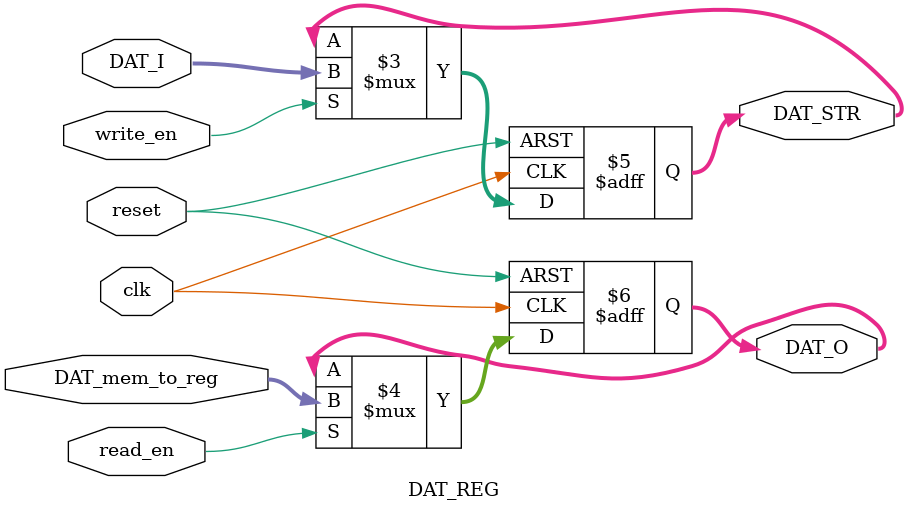
<source format=v>
module DAT_REG #(parameter DATA_LENGTH=32)
    (
	input clk, reset,
	input read_en, write_en,
	input [DATA_LENGTH-1:0] DAT_I,
	input [DATA_LENGTH-1:0] DAT_mem_to_reg,
	output reg [DATA_LENGTH-1:0] DAT_STR, DAT_O);

	always @(posedge clk, negedge reset)
	begin

		if(~reset)
		begin
			DAT_STR <= 32'b0;
			DAT_O <= 32'b0;
        end
        
		else
			begin 
				DAT_STR <= write_en? DAT_I :  DAT_STR;
				DAT_O <= read_en? DAT_mem_to_reg :DAT_O;
			end
	end

endmodule 

</source>
